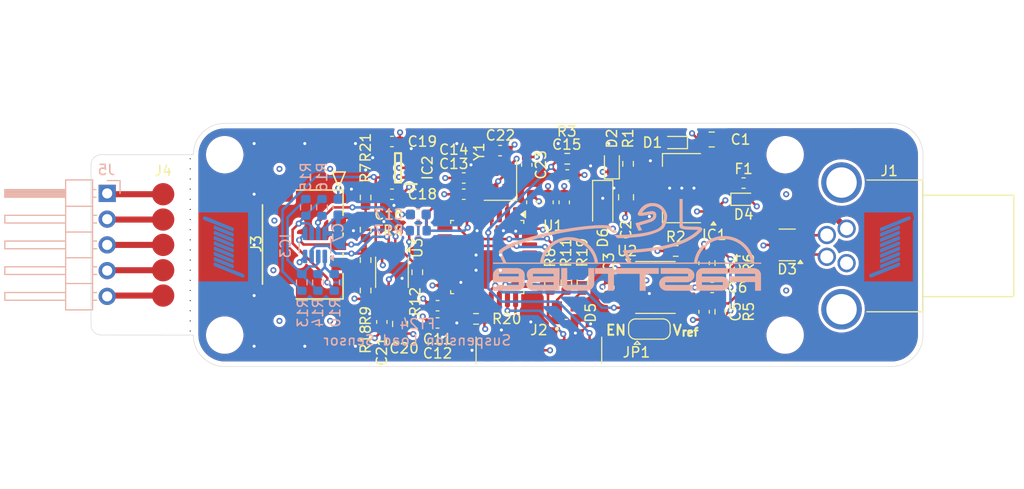
<source format=kicad_pcb>
(kicad_pcb
	(version 20240108)
	(generator "pcbnew")
	(generator_version "8.0")
	(general
		(thickness 1.6)
		(legacy_teardrops no)
	)
	(paper "A4")
	(layers
		(0 "F.Cu" signal)
		(1 "In1.Cu" signal)
		(2 "In2.Cu" signal)
		(31 "B.Cu" signal)
		(32 "B.Adhes" user "B.Adhesive")
		(33 "F.Adhes" user "F.Adhesive")
		(34 "B.Paste" user)
		(35 "F.Paste" user)
		(36 "B.SilkS" user "B.Silkscreen")
		(37 "F.SilkS" user "F.Silkscreen")
		(38 "B.Mask" user)
		(39 "F.Mask" user)
		(40 "Dwgs.User" user "User.Drawings")
		(41 "Cmts.User" user "User.Comments")
		(42 "Eco1.User" user "User.Eco1")
		(43 "Eco2.User" user "User.Eco2")
		(44 "Edge.Cuts" user)
		(45 "Margin" user)
		(46 "B.CrtYd" user "B.Courtyard")
		(47 "F.CrtYd" user "F.Courtyard")
		(48 "B.Fab" user)
		(49 "F.Fab" user)
		(50 "User.1" user)
		(51 "User.2" user)
		(52 "User.3" user)
		(53 "User.4" user)
		(54 "User.5" user)
		(55 "User.6" user)
		(56 "User.7" user)
		(57 "User.8" user)
		(58 "User.9" user)
	)
	(setup
		(stackup
			(layer "F.SilkS"
				(type "Top Silk Screen")
			)
			(layer "F.Paste"
				(type "Top Solder Paste")
			)
			(layer "F.Mask"
				(type "Top Solder Mask")
				(thickness 0.01)
			)
			(layer "F.Cu"
				(type "copper")
				(thickness 0.035)
			)
			(layer "dielectric 1"
				(type "prepreg")
				(thickness 0.1)
				(material "FR4")
				(epsilon_r 4.5)
				(loss_tangent 0.02)
			)
			(layer "In1.Cu"
				(type "copper")
				(thickness 0.035)
			)
			(layer "dielectric 2"
				(type "core")
				(thickness 1.24)
				(material "FR4")
				(epsilon_r 4.5)
				(loss_tangent 0.02)
			)
			(layer "In2.Cu"
				(type "copper")
				(thickness 0.035)
			)
			(layer "dielectric 3"
				(type "prepreg")
				(thickness 0.1)
				(material "FR4")
				(epsilon_r 4.5)
				(loss_tangent 0.02)
			)
			(layer "B.Cu"
				(type "copper")
				(thickness 0.035)
			)
			(layer "B.Mask"
				(type "Bottom Solder Mask")
				(thickness 0.01)
			)
			(layer "B.Paste"
				(type "Bottom Solder Paste")
			)
			(layer "B.SilkS"
				(type "Bottom Silk Screen")
			)
			(copper_finish "None")
			(dielectric_constraints no)
		)
		(pad_to_mask_clearance 0)
		(allow_soldermask_bridges_in_footprints no)
		(pcbplotparams
			(layerselection 0x00010fc_ffffffff)
			(plot_on_all_layers_selection 0x0000000_00000000)
			(disableapertmacros no)
			(usegerberextensions yes)
			(usegerberattributes no)
			(usegerberadvancedattributes no)
			(creategerberjobfile no)
			(dashed_line_dash_ratio 12.000000)
			(dashed_line_gap_ratio 3.000000)
			(svgprecision 4)
			(plotframeref no)
			(viasonmask no)
			(mode 1)
			(useauxorigin no)
			(hpglpennumber 1)
			(hpglpenspeed 20)
			(hpglpendiameter 15.000000)
			(pdf_front_fp_property_popups yes)
			(pdf_back_fp_property_popups yes)
			(dxfpolygonmode yes)
			(dxfimperialunits yes)
			(dxfusepcbnewfont yes)
			(psnegative no)
			(psa4output no)
			(plotreference yes)
			(plotvalue no)
			(plotfptext yes)
			(plotinvisibletext no)
			(sketchpadsonfab no)
			(subtractmaskfromsilk yes)
			(outputformat 1)
			(mirror no)
			(drillshape 0)
			(scaleselection 1)
			(outputdirectory "Gerber/")
		)
	)
	(net 0 "")
	(net 1 "+12V")
	(net 2 "GND")
	(net 3 "+3V3")
	(net 4 "/CANH")
	(net 5 "/CANL")
	(net 6 "/NRST")
	(net 7 "/V_{x}")
	(net 8 "Net-(D2-A)")
	(net 9 "Net-(JP1-C)")
	(net 10 "Net-(U2-Rs)")
	(net 11 "/V_{out,x}")
	(net 12 "/V_{y}")
	(net 13 "unconnected-(U1-PA3-Pad9)")
	(net 14 "unconnected-(U1-PB0-Pad14)")
	(net 15 "unconnected-(U1-PA15-Pad25)")
	(net 16 "/OSC_OUT")
	(net 17 "unconnected-(U1-PA6-Pad12)")
	(net 18 "unconnected-(U1-PB4-Pad27)")
	(net 19 "unconnected-(U1-PA4-Pad10)")
	(net 20 "unconnected-(U1-PB8-Pad31)")
	(net 21 "/SWDIO")
	(net 22 "/SWCLK")
	(net 23 "unconnected-(U1-PB1-Pad15)")
	(net 24 "unconnected-(U1-PA10-Pad20)")
	(net 25 "unconnected-(U1-PB6-Pad29)")
	(net 26 "unconnected-(U1-PB5-Pad28)")
	(net 27 "Net-(D1-K)")
	(net 28 "unconnected-(U1-PB7-Pad30)")
	(net 29 "unconnected-(U1-PA7-Pad13)")
	(net 30 "/OSC_IN")
	(net 31 "unconnected-(U1-PA9-Pad19)")
	(net 32 "/CAN_Rx")
	(net 33 "/CAN_Tx")
	(net 34 "/V_{ref}")
	(net 35 "Net-(D5-RK)")
	(net 36 "/LED_R")
	(net 37 "/LED_G")
	(net 38 "Net-(D5-GK)")
	(net 39 "Net-(D5-BK)")
	(net 40 "/LED_B")
	(net 41 "/V_{can}")
	(net 42 "unconnected-(IC2-NR-Pad5)")
	(net 43 "Net-(U1-PA8)")
	(net 44 "Net-(R12-Pad1)")
	(net 45 "Net-(R12-Pad2)")
	(net 46 "Net-(IC3-Pad1)")
	(net 47 "/Strain_in_b")
	(net 48 "Net-(IC3B--)")
	(net 49 "/V_{out,y}")
	(net 50 "/V_{1}")
	(net 51 "Net-(IC3A--)")
	(net 52 "Net-(J4-Pin_4)")
	(net 53 "Net-(J4-Pin_5)")
	(net 54 "Net-(J4-Pin_3)")
	(net 55 "Net-(J4-Pin_1)")
	(net 56 "Net-(J4-Pin_2)")
	(net 57 "/Strain_out_b")
	(net 58 "/Strain_in_f")
	(footprint "Capacitor_SMD:C_0603_1608Metric" (layer "F.Cu") (at 136.2 91 180))
	(footprint "Resistor_SMD:R_0603_1608Metric" (layer "F.Cu") (at 131 95.5 -90))
	(footprint "MountingHole:MountingHole_3.2mm_M3_DIN965" (layer "F.Cu") (at 117.1 102.9))
	(footprint "Capacitor_SMD:C_0603_1608Metric" (layer "F.Cu") (at 133.6 83.8))
	(footprint "Resistor_SMD:R_0603_1608Metric" (layer "F.Cu") (at 156.9 86 90))
	(footprint "Jumper:SolderJumper-3_P1.3mm_Open_RoundedPad1.0x1.5mm" (layer "F.Cu") (at 159 102.305))
	(footprint "Capacitor_SMD:C_0805_2012Metric" (layer "F.Cu") (at 134.4 101.8 -90))
	(footprint "Capacitor_SMD:C_0603_1608Metric" (layer "F.Cu") (at 150.6 89.8 90))
	(footprint "Resistor_SMD:R_0603_1608Metric" (layer "F.Cu") (at 161.6 94.6 180))
	(footprint "SLS:LED_150080M153000" (layer "F.Cu") (at 150.8 100.7 90))
	(footprint "Package_SO:SOIC-8_3.9x4.9mm_P1.27mm" (layer "F.Cu") (at 159.6 98.2))
	(footprint "SLS:spring" (layer "F.Cu") (at 117 94.2))
	(footprint "Resistor_SMD:R_0603_1608Metric" (layer "F.Cu") (at 131 98.5 -90))
	(footprint "SLS:Pogo_pins" (layer "F.Cu") (at 111.025 94 -90))
	(footprint "Capacitor_SMD:C_0603_1608Metric" (layer "F.Cu") (at 164.4 95.8 90))
	(footprint "Resistor_SMD:R_0603_1608Metric" (layer "F.Cu") (at 131 89.325 -90))
	(footprint "SLS:spring" (layer "F.Cu") (at 182.599071 94.200295 180))
	(footprint "Resistor_SMD:R_0603_1608Metric" (layer "F.Cu") (at 166 100.6 90))
	(footprint "SLS:CON_2053380003" (layer "F.Cu") (at 128.35 91.96035 90))
	(footprint "Capacitor_SMD:C_0603_1608Metric" (layer "F.Cu") (at 138.1 101.7 180))
	(footprint "LED_SMD:LED_0603_1608Metric" (layer "F.Cu") (at 155.3 86 90))
	(footprint "Fuse:Fuse_0603_1608Metric" (layer "F.Cu") (at 168.3 87.9 180))
	(footprint "Connector_PinHeader_1.00mm:PinHeader_1x18_P1.00mm_Vertical" (layer "F.Cu") (at 113.7 85.5))
	(footprint "MountingHole:MountingHole_3.2mm_M3_DIN965" (layer "F.Cu") (at 172.4 85.1))
	(footprint "Capacitor_SMD:C_0603_1608Metric" (layer "F.Cu") (at 147.4 89.8 90))
	(footprint "Package_QFP:LQFP-32_7x7mm_P0.8mm" (layer "F.Cu") (at 143 95.2 -90))
	(footprint "Package_TO_SOT_SMD:SOT-223" (layer "F.Cu") (at 162.2 88.4 180))
	(footprint "MountingHole:MountingHole_3.2mm_M3_DIN965" (layer "F.Cu") (at 172.4 102.9))
	(footprint "Capacitor_SMD:C_0603_1608Metric" (layer "F.Cu") (at 146.9 86.1 90))
	(footprint "Capacitor_SMD:C_0603_1608Metric" (layer "F.Cu") (at 149 89.8 90))
	(footprint "Capacitor_SMD:C_0603_1608Metric" (layer "F.Cu") (at 144.275 84.7))
	(footprint "Resistor_SMD:R_0603_1608Metric" (layer "F.Cu") (at 136.1 96.7 -90))
	(footprint "Diode_SMD:D_SOD-123" (layer "F.Cu") (at 154.4 90 -90))
	(footprint "Capacitor_SMD:C_0603_1608Metric"
		(layer "F.Cu")
		(uuid "8ea76fa5-fc79-45a5-8128-80a9218f5d49")
		(at 140.686396 87.4 180)
		(descr "Capacitor SMD 0603 (1608 Metric), square (rectangular) end terminal, IPC_7351 nominal, (Body size source: IPC-SM-782 page 76, https://www.pcb-3d.com/wordpress/wp-content/uploads/ipc-sm-782a_amendment_1_and_2.pdf), generated with kicad-footprint-generator")
		(tags "capacitor")
		(property "Reference" "C14"
			(at 0.986396 2.8 180)
			(layer "F.SilkS")
			(uuid "92c355ee-346a-415a-80ec-ede7d575a0e0")
			(effects
				(font
					(size 1 1)
					(thickness 0.15)
				)
			)
		)
		(property "Value" "1µ"
			(at 0 1.43 180)
			(layer "F.Fab")
			(uuid "691c2316-e1e4-45bf-9531-376d27ed1a7c")
			(effects
				(font
					(size 1 1)
					(thickness 0.15)
				)
			)
		)
		(property "Footprint" "Capacitor_SMD:C_0603_1608Metric"
			(at 0 0 180)
			(unlocked yes)
			(layer "F.Fab")
			(hide yes)
			(uuid "36016ab5-e489-4854-8f8b-f66444cf3c31")
			(effects
				(font
					(size 1.27 1.27)
				)
			)
		)
		(property "Datasheet" ""
			(at 0 0 180)
			(unlocked yes)
			(layer "F.Fab")
			(hide yes)
			(uuid "e489ec9b-0376-476a-bea9-b3d5c99f189a")
			(effects
				(font
					(size 1.27 1.27)
				)
			)
		)
		(property "Description" "Unpolarized capacitor"
			(at 0 0 180)
			(unlocked yes)
			(layer "F.Fab")
			(hide yes)
			(uuid "0d05be30-4fb7-4b42-b0cc-40c024f1ce20")
			(effects
				(font
					(size 1.27 1.27)
				)
			)
		)
		(property ki_fp_filters "C_*")
		(path "/0973cfcd-0c95-498a-938b-46dd2b81b975")
		(sheetname "Root")
		(sheetfile "FT24-SLS.kicad_sch")
		(attr smd)
		(fp_line
			(start -0.14058 0.51)
			(end 0.14058 0.51)
			(stroke
				(width 0.12)
				(type solid)
			)
			(layer "F.SilkS")
			(uuid "9fee61c3-82ea-43d2-9b6c-04200f01f40c")
		)
		(fp_line
			(start -0.14058 -0.51)
			(end 0.14058 -0.51)
			(stroke
				(width 0.12)
				(type solid)
			)
			(layer "F.SilkS")
			(uuid "f31413e4-efb7-4d02-80b4-2b0fcf4e15bd")
		)
		(fp_line
			(start 1.48 0.73)
			(end -1.48 0.73)
			(stroke
				(width 0.05)
				(type solid)
			)
			(layer "F.CrtYd")
			(uuid "65c653fb-3276-4342-a782-df8ed9caedb4")
		)
		(fp_line
			(start 1.48 -0.73)
			(end 1.48 0.73)
			(stroke
				(width 0.05)
				(type solid)
			)
			(layer "F.CrtYd")
			(uuid "47681f2d-48bf-414b-a825-3eb5ef4ea99d")
		)
		(fp_line
			(start -1.48 0.73)
			(end -1.48 -0.73)
			(stroke
				(width 0.05)
				(type solid)
			)
			(layer "F.CrtYd")
			(uuid "dd24992d-a242-4004-927e-f863d802f6dd")
		)
		(fp_line
			(start -1.48 -0.73)
			(end 1.48 -0.73)
			(stroke
				(width 0.05)
				(type solid)
			)
			(layer "F.CrtYd")
			(uuid "f23c07d0-6913-470b-ac7d-679cd026354c")
		)
		(fp_line
			(start 0.8 0.4)
			(end -0.8 0.4)
			(stroke
				(width 0.1)
				(type solid)
			)
			(layer "F.Fab")
			(uuid "7cee4d3b-6b10-4469-96cb-56901e7ef652")
		)
		(fp_line
			(start 0.8 -0.4)
			(end 0.8 0.4)
			(stroke
				(width 0.1)
				(type 
... [803999 chars truncated]
</source>
